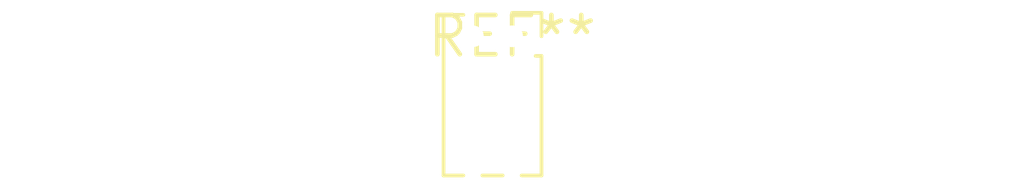
<source format=kicad_pcb>
(kicad_pcb (version 20240108) (generator pcbnew)
  (layers (0 "F.Cu" signal) (31 "B.Cu" signal) (34 "B.Paste" user) (35 "F.Paste" user) (36 "B.SilkS" user "B.Silkscreen") (37 "F.SilkS" user "F.Silkscreen") (38 "B.Mask" user) (39 "F.Mask" user) (44 "Edge.Cuts" user))
  (net 0 "")
  (footprint "PinSocket_2x04_P1.27mm_Vertical" (layer "F.Cu") (at 0 0)
    (property "Reference" "REF**")
    (property "Value" "PinSocket_2x04_P1.27mm_Vertical")
    (fp_line (start -2.22 -0.695) (end -2.22 4.505) (layer "F.SilkS") (stroke (width 0.12)))
    (fp_line (start -2.22 -0.695) (end -1.57753 -0.695) (layer "F.SilkS") (stroke (width 0.12)))
    (fp_line (start -2.22 4.505) (end -1.57753 4.505) (layer "F.SilkS") (stroke (width 0.12)))
    (fp_line (start -0.96247 -0.695) (end -0.76 -0.695) (layer "F.SilkS") (stroke (width 0.12)))
    (fp_line (start -0.96247 4.505) (end -0.30753 4.505) (layer "F.SilkS") (stroke (width 0.12)))
    (fp_line (start 0 -0.76) (end 0.95 -0.76) (layer "F.SilkS") (stroke (width 0.12)))
    (fp_line (start 0.30753 4.505) (end 0.95 4.505) (layer "F.SilkS") (stroke (width 0.12)))
    (fp_line (start 0.76 0.635) (end 0.95 0.635) (layer "F.SilkS") (stroke (width 0.12)))
    (fp_line (start 0.95 -0.76) (end 0.95 0) (layer "F.SilkS") (stroke (width 0.12)))
    (fp_line (start 0.95 0.635) (end 0.95 4.505) (layer "F.SilkS") (stroke (width 0.12)))
    (pad "1" thru_hole rect (at 0 0) (size 1 1) (drill 0.7) (layers *.Cu *.Mask) (remove_unused_layers))
    (pad "2" thru_hole oval (at -1.27 0) (size 1 1) (drill 0.7) (layers *.Cu *.Mask) (remove_unused_layers))
    (pad "3" thru_hole oval (at 0 1.27) (size 1 1) (drill 0.7) (layers *.Cu *.Mask) (remove_unused_layers))
    (pad "4" thru_hole oval (at -1.27 1.27) (size 1 1) (drill 0.7) (layers *.Cu *.Mask) (remove_unused_layers))
    (pad "5" thru_hole oval (at 0 2.54) (size 1 1) (drill 0.7) (layers *.Cu *.Mask) (remove_unused_layers))
    (pad "6" thru_hole oval (at -1.27 2.54) (size 1 1) (drill 0.7) (layers *.Cu *.Mask) (remove_unused_layers))
    (pad "7" thru_hole oval (at 0 3.81) (size 1 1) (drill 0.7) (layers *.Cu *.Mask) (remove_unused_layers))
    (pad "8" thru_hole oval (at -1.27 3.81) (size 1 1) (drill 0.7) (layers *.Cu *.Mask) (remove_unused_layers))
  )
)
</source>
